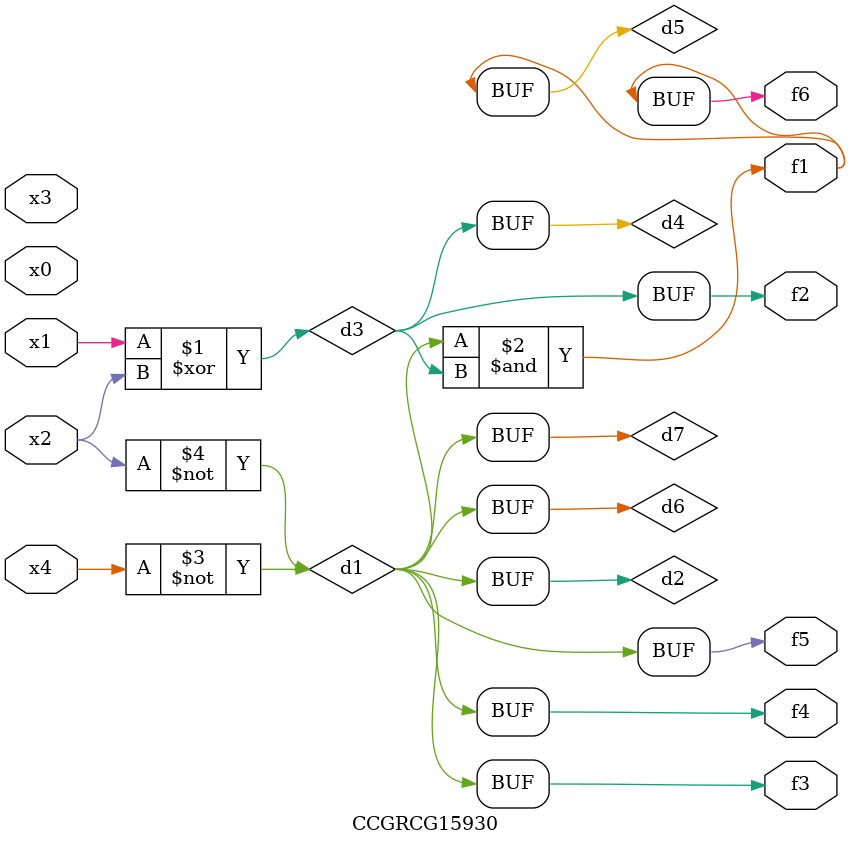
<source format=v>
module CCGRCG15930(
	input x0, x1, x2, x3, x4,
	output f1, f2, f3, f4, f5, f6
);

	wire d1, d2, d3, d4, d5, d6, d7;

	not (d1, x4);
	not (d2, x2);
	xor (d3, x1, x2);
	buf (d4, d3);
	and (d5, d1, d3);
	buf (d6, d1, d2);
	buf (d7, d2);
	assign f1 = d5;
	assign f2 = d4;
	assign f3 = d7;
	assign f4 = d7;
	assign f5 = d7;
	assign f6 = d5;
endmodule

</source>
